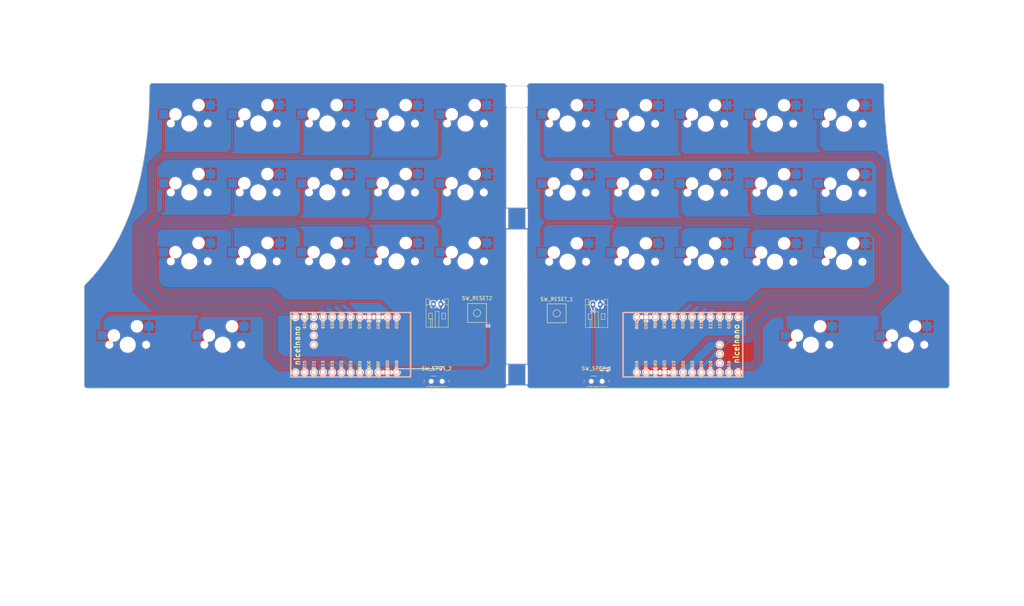
<source format=kicad_pcb>
(kicad_pcb (version 20221018) (generator pcbnew)
  (layers (0 "F.Cu" signal) (31 "B.Cu" signal) (34 "B.Paste" user) (35 "F.Paste" user) (36 "B.SilkS" user "B.Silkscreen") (37 "F.SilkS" user "F.Silkscreen") (38 "B.Mask" user) (39 "F.Mask" user) (44 "Edge.Cuts" user))
  (net 0 "")
  (net 1 "GND")
  (net 5 "BAT_L")
  (net 6 "BAT_R")
  (net 7 "RST_R")
  (net 8 "RST_L")
  (net 10 "RAW_L")
  (net 12 "RAW_R")
  (net 15 "VCC")
  (net 20 "L1")
  (net 21 "L2")
  (net 22 "L3")
  (net 23 "L4")
  (net 24 "L5")
  (net 25 "L6")
  (net 26 "L7")
  (net 27 "L8")
  (net 28 "L9")
  (net 29 "L10")
  (net 30 "L11")
  (net 31 "L12")
  (net 32 "L13")
  (net 33 "L14")
  (net 34 "L15")
  (net 35 "L16")
  (net 36 "L17")
  (net 37 "R1")
  (net 38 "R2")
  (net 39 "R3")
  (net 40 "R4")
  (net 41 "R5")
  (net 42 "R6")
  (net 43 "R7")
  (net 44 "R8")
  (net 45 "R9")
  (net 46 "R10")
  (net 47 "R11")
  (net 48 "R12")
  (net 49 "R13")
  (net 50 "R14")
  (net 51 "R15")
  (net 52 "R16")
  (net 53 "R17")
  (footprint "MX_Only:MXOnly-1U-Hotswap" (layer "F.Cu") (at 249.35 94.28)
    (fp_text reference "SW17")
    (fp_text value "SW_Push")
  )
  (footprint "zzkeeb:Hole_Breakaway-Tabs" (layer "F.Cu") (at 139.41 25.85125 90)
    (fp_text reference "REF**" hide)
    (fp_text value "Hole_Breakaway-Tabs" hide)
  )
  (footprint "MX_Only:MXOnly-1U-Hotswap" (layer "F.Cu") (at 127.96 71.27)
    (fp_text reference "SW34")
    (fp_text value "SW_Push")
  )
  (footprint "MX_Only:MXOnly-1U-Hotswap" (layer "F.Cu") (at 175.14412 71.364437)
    (fp_text reference "SW6")
    (fp_text value "SW_Push")
  )
  (footprint "zzkeeb:Hole_Breakaway-Tabs" (layer "F.Cu") (at 144.78 25.86 90)
    (fp_text reference "REF**" hide)
    (fp_text value "Hole_Breakaway-Tabs" hide)
  )
  (footprint "MX_Only:MXOnly-1.75U-Hotswap" (layer "F.Cu") (at 223.17 94.28)
    (fp_text reference "SW13")
    (fp_text value "SW_Push")
  )
  (footprint "MX_Only:MXOnly-1U-Hotswap" (layer "F.Cu") (at 89.884654 33.227042)
    (fp_text reference "SW26")
    (fp_text value "SW_Push")
  )
  (footprint "MX_Only:MXOnly-1U-Hotswap" (layer "F.Cu") (at 108.932654 33.237042)
    (fp_text reference "SW29")
    (fp_text value "SW_Push")
  )
  (footprint "MX_Only:MXOnly-1U-Hotswap" (layer "F.Cu") (at 175.15412 33.284437)
    (fp_text reference "SW4")
    (fp_text value "SW_Push")
  )
  (footprint "MX_Only:MXOnly-1U-Hotswap" (layer "F.Cu") (at 194.22912 71.384437)
    (fp_text reference "SW9")
    (fp_text value "SW_Push")
  )
  (footprint "MX_Only:MXOnly-1U-Hotswap" (layer "F.Cu") (at 51.794654 33.227042)
    (fp_text reference "SW18")
    (fp_text value "SW_Push")
  )
  (footprint "MX_Only:MXOnly-1.75U-Hotswap" (layer "F.Cu") (at 61.019654 94.267042)
    (fp_text reference "SW21")
    (fp_text value "SW_Push")
  )
  (footprint "MX_Only:MXOnly-1U-Hotswap" (layer "F.Cu") (at 156.10912 33.256937)
    (fp_text reference "SW1")
    (fp_text value "SW_Push")
  )
  (footprint "MX_Only:MXOnly-1U-Hotswap" (layer "F.Cu") (at 156.09712 52.304437)
    (fp_text reference "SW2")
    (fp_text value "SW_Push")
  )
  (footprint "MX_Only:MXOnly-1U-Hotswap" (layer "F.Cu") (at 194.21912 52.324437)
    (fp_text reference "SW8")
    (fp_text value "SW_Push")
  )
  (footprint "MX_Only:MXOnly-1U-Hotswap" (layer "F.Cu") (at 89.884654 71.277042)
    (fp_text reference "SW28")
    (fp_text value "SW_Push")
  )
  (footprint "Button_Switch_SMD:SW_SPDT_PCM12" (layer "F.Cu") (at 164.100549 104.043882)
    (fp_text reference "SW_SPDT_1")
    (fp_text value "SW_SPDT")
  )
  (footprint "zzkeeb:Hole_Breakaway-Tabs" (layer "F.Cu") (at 144.78 59.44 90)
    (fp_text reference "REF**" hide)
    (fp_text value "Hole_Breakaway-Tabs" hide)
  )
  (footprint "random-keyboard-parts:SKQG-1155865" (layer "F.Cu") (at 131.12 85.52 180)
    (fp_text reference "SW_RESET2")
    (fp_text value "SW_RESET")
  )
  (footprint "MX_Only:MXOnly-1U-Hotswap" (layer "F.Cu") (at 213.26912 71.394437)
    (fp_text reference "SW12")
    (fp_text value "SW_Push")
  )
  (footprint "MX_Only:MXOnly-1U-Hotswap" (layer "F.Cu") (at 89.874654 52.247042)
    (fp_text reference "SW27")
    (fp_text value "SW_Push")
  )
  (footprint "random-keyboard-parts:SKQG-1155865" (layer "F.Cu") (at 153.09 85.6)
    (fp_text reference "SW_RESET_1")
    (fp_text value "SW_RESET")
  )
  (footprint "LOGO" (layer "F.Cu") (at 249.594 75.552)
    (fp_text reference "G2" hide)
    (fp_text value "LOGO" hide)
  )
  (footprint "MX_Only:MXOnly-1U-Hotswap" (layer "F.Cu") (at 213.25412 52.314437)
    (fp_text reference "SW11")
    (fp_text value "SW_Push")
  )
  (footprint "MX_Only:MXOnly-1U-Hotswap" (layer "F.Cu") (at 108.934654 52.247042)
    (fp_text reference "SW30")
    (fp_text value "SW_Push")
  )
  (footprint "MX_Only:MXOnly-1U-Hotswap" (layer "F.Cu") (at 34.824654 94.277042)
    (fp_text reference "SW25")
    (fp_text value "SW_Push")
  )
  (footprint "nice-nano-kicad:nice_nano" (layer "F.Cu") (at 95.019654 94.267042 180)
    (fp_text reference "U2" hide)
    (fp_text value "nice_nano" hide)
  )
  (footprint "MX_Only:MXOnly-1U-Hotswap" (layer "F.Cu") (at 70.824654 71.277042)
    (fp_text reference "SW24")
    (fp_text value "SW_Push")
  )
  (footprint "MX_Only:MXOnly-1U-Hotswap" (layer "F.Cu") (at 51.794654 52.247042)
    (fp_text reference "SW19")
    (fp_text value "SW_Push")
  )
  (footprint "MX_Only:MXOnly-1U-Hotswap" (layer "F.Cu") (at 232.31912 52.354437)
    (fp_text reference "SW15")
    (fp_text value "SW_Push")
  )
  (footprint "MX_Only:MXOnly-1U-Hotswap" (layer "F.Cu") (at 194.19912 33.284437)
    (fp_text reference "SW7")
    (fp_text value "SW_Push")
  )
  (footprint "MX_Only:MXOnly-1U-Hotswap" (layer "F.Cu") (at 175.13912 52.314437)
    (fp_text reference "SW5")
    (fp_text value "SW_Push")
  )
  (footprint "zzkeeb:Hole_Breakaway-Tabs" (layer "F.Cu") (at 139.41 59.43125 90)
    (fp_text reference "REF**" hide)
    (fp_text value "Hole_Breakaway-Tabs" hide)
  )
  (footprint "zzkeeb:Hole_Breakaway-Tabs" (layer "F.Cu") (at 139.41 102.51125 90)
    (fp_text reference "REF**" hide)
    (fp_text value "Hole_Breakaway-Tabs" hide)
  )
  (footprint "Connector_JST:JST_PH_S2B-PH-K_1x02_P2.00mm_Horizontal" (layer "F.Cu") (at 119.12 83.08)
    (fp_text reference "J2" hide)
    (fp_text value "JST Connector")
  )
  (footprint "MX_Only:MXOnly-1U-Hotswap" (layer "F.Cu") (at 51.794654 71.277042)
    (fp_text reference "SW20")
    (fp_text value "SW_Push")
  )
  (footprint "MX_Only:MXOnly-1U-Hotswap" (layer "F.Cu") (at 232.31912 71.394437)
    (fp_text reference "SW16")
    (fp_text value "SW_Push")
  )
  (footprint "MX_Only:MXOnly-1U-Hotswap" (layer "F.Cu") (at 156.10412 71.364437)
    (fp_text reference "SW3")
    (fp_text value "SW_Push")
  )
  (footprint "MX_Only:MXOnly-1U-Hotswap" (layer "F.Cu") (at 232.31912 33.284437)
    (fp_text reference "SW14")
    (fp_text value "SW_Push")
  )
  (footprint "MX_Only:MXOnly-1U-Hotswap" (layer "F.Cu") (at 70.824654 33.227042)
    (fp_text reference "SW22")
    (fp_text value "SW_Push")
  )
  (footprint "nice-nano-kicad:nice_nano" (layer "F.Cu") (at 189.17 94.28)
    (fp_text reference "U1" hide)
    (fp_text value "nice_nano" hide)
  )
  (footprint "MX_Only:MXOnly-1U-Hotswap" (layer "F.Cu") (at 127.962654 33.237042)
    (fp_text reference "SW32")
    (fp_text value "SW_Push")
  )
  (footprint "MX_Only:MXOnly-1U-Hotswap" (layer "F.Cu") (at 127.924654 52.247042)
    (fp_text reference "SW33")
    (fp_text value "SW_Push")
  )
  (footprint "Button_Switch_SMD:SW_SPDT_PCM12" (layer "F.Cu") (at 119.99 104.055)
    (fp_text reference "SW_SPDT_2")
    (fp_text value "SW_SPDT")
  )
  (footprint "Connector_JST:JST_PH_S2B-PH-K_1x02_P2.00mm_Horizontal" (layer "F.Cu") (at 163.09 83.18)
    (fp_text reference "J1" hide)
    (fp_text value "JST Connector")
  )
  (footprint "zzkeeb:Hole_Breakaway-Tabs" (layer "F.Cu") (at 144.78 102.52 90)
    (fp_text reference "REF**" hide)
    (fp_text value "Hole_Breakaway-Tabs" hide)
  )
  (footprint "MX_Only:MXOnly-1U-Hotswap" (layer "F.Cu") (at 108.944654 71.277042)
    (fp_text reference "SW31")
    (fp_text value "SW_Push")
  )
  (footprint "MX_Only:MXOnly-1U-Hotswap" (layer "F.Cu") (at 70.792654 52.247042)
    (fp_text reference "SW23")
    (fp_text value "SW_Push")
  )
  (footprint "MX_Only:MXOnly-1U-Hotswap" (layer "F.Cu") (at 213.24912 33.284437)
    (fp_text reference "SW10")
    (fp_text value "SW_Push")
  )
  (footprint "LOGO" (layer "F.Cu") (at 33.44 78.727)
    (fp_text reference "G1" hide)
    (fp_text value "LOGO" hide)
  )
  (gr_line (start 243.15817 22.367792) (end 243.133832 22.342265) (stroke (width 0.15)) (layer "Edge.Cuts"))
  (gr_line (start 261.339661 78.105585) (end 261.331625 78.069816) (stroke (width 0.15)) (layer "Edge.Cuts"))
  (gr_line (start 243.325975 22.678301) (end 243.31607 22.643423) (stroke (width 0.15)) (layer "Edge.Cuts"))
  (gr_line (start 242.900191 22.184732) (end 242.866811 22.171568) (stroke (width 0.15)) (layer "Edge.Cuts"))
  (gr_line (start 242.832657 22.160009) (end 242.797776 22.150101) (stroke (width 0.15)) (layer "Edge.Cuts"))
  (gr_line (start 261.354154 78.252486) (end 261.35323 78.215307) (stroke (width 0.15)) (layer "Edge.Cuts"))
  (gr_line (start 243.223585 22.451046) (end 243.203094 22.422229) (stroke (width 0.15)) (layer "Edge.Cuts"))
  (gr_line (start 243.133832 22.342265) (end 243.108305 22.317927) (stroke (width 0.15)) (layer "Edge.Cuts"))
  (gr_line (start 139.218758 105.528523) (end 144.991564 105.531508) (stroke (width 0.15)) (layer "Edge.Cuts"))
  (gr_line (start 261.354154 78.252486) (end 261.354154 78.252486) (stroke (width 0.15)) (layer "Edge.Cuts"))
  (gr_line (start 22.842426 78.249529) (end 22.842424 98.12343) (stroke (width 0.15)) (layer "Edge.Cuts"))
  (gr_line (start 261.310429 77.999849) (end 261.297322 77.96577) (stroke (width 0.15)) (layer "Edge.Cuts"))
  (gr_line (start 255.090928 70.355173) (end 253.353973 67.599938) (stroke (width 0.15)) (layer "Edge.Cuts"))
  (gr_line (start 243.276635 22.543338) (end 243.260403 22.511647) (stroke (width 0.15)) (layer "Edge.Cuts"))
  (gr_line (start 261.321872 78.034551) (end 261.310429 77.999849) (stroke (width 0.15)) (layer "Edge.Cuts"))
  (gr_line (start 261.161055 77.749721) (end 261.13553 77.722793) (stroke (width 0.15)) (layer "Edge.Cuts"))
  (gr_line (start 243.334182 22.71386) (end 243.325975 22.678301) (stroke (width 0.15)) (layer "Edge.Cuts"))
  (gr_line (start 261.135534 77.722793) (end 261.135534 77.722793) (stroke (width 0.15)) (layer "Edge.Cuts"))
  (gr_arc (start 138.469 22.106578) (mid 138.992557 22.323443) (end 139.209422 22.847) (stroke (width 0.15)) (layer "Edge.Cuts"))
  (gr_line (start 245.086069 44.122221) (end 244.460765 40.169536) (stroke (width 0.15)) (layer "Edge.Cuts"))
  (gr_line (start 35.219732 58.433187) (end 33.899646 61.637467) (stroke (width 0.15)) (layer "Edge.Cuts"))
  (gr_line (start 258.981709 75.4166) (end 256.96684 72.960727) (stroke (width 0.15)) (layer "Edge.Cuts"))
  (gr_line (start 37.443033 51.575588) (end 36.400861 55.079229) (stroke (width 0.15)) (layer "Edge.Cuts"))
  (gr_line (start 144.986711 56.449971) (end 139.211711 56.449971) (stroke (width 0.15)) (layer "Edge.Cuts"))
  (gr_line (start 243.974418 36.06717) (end 243.627028 31.815123) (stroke (width 0.15)) (layer "Edge.Cuts"))
  (gr_line (start 242.651899 22.127899) (end 242.614074 22.126937) (stroke (width 0.15)) (layer "Edge.Cuts"))
  (gr_line (start 40.56955 31.812165) (end 40.22216 36.064212) (stroke (width 0.15)) (layer "Edge.Cuts"))
  (gr_line (start 242.995225 22.233389) (end 242.964444 22.215688) (stroke (width 0.15)) (layer "Edge.Cuts"))
  (gr_line (start 242.797776 22.150101) (end 242.762215 22.14189) (stroke (width 0.15)) (layer "Edge.Cuts"))
  (gr_line (start 256.96684 72.960727) (end 255.090928 70.355173) (stroke (width 0.15)) (layer "Edge.Cuts"))
  (gr_arc (start 139.218758 105.528523) (mid 138.994394 106.064464) (end 138.454283 106.278594) (stroke (width 0.15)) (layer "Edge.Cuts"))
  (gr_line (start 32.440604 64.692064) (end 30.842605 67.59698) (stroke (width 0.15)) (layer "Edge.Cuts"))
  (gr_line (start 138.454283 106.278594) (end 80.531218 106.274162) (stroke (width 0.15)) (layer "Edge.Cuts"))
  (gr_line (start 144.987897 22.857042) (end 139.209422 22.847) (stroke (width 0.15)) (layer "Edge.Cuts"))
  (gr_line (start 243.340646 22.750054) (end 243.334182 22.71386) (stroke (width 0.15)) (layer "Edge.Cuts"))
  (gr_line (start 244.460765 40.169536) (end 243.974418 36.06717) (stroke (width 0.15)) (layer "Edge.Cuts"))
  (gr_line (start 253.353973 67.599938) (end 251.755974 64.695022) (stroke (width 0.15)) (layer "Edge.Cuts"))
  (gr_line (start 36.400861 55.079229) (end 35.219732 58.433187) (stroke (width 0.15)) (layer "Edge.Cuts"))
  (gr_line (start 261.24826 77.867874) (end 261.228743 77.836891) (stroke (width 0.15)) (layer "Edge.Cuts"))
  (gr_arc (start 23.604626 106.277007) (mid 23.068652 106.058929) (end 22.844686 105.525388) (stroke (width 0.15)) (layer "Edge.Cuts"))
  (gr_line (start 243.291355 22.575896) (end 243.276635 22.543338) (stroke (width 0.15)) (layer "Edge.Cuts"))
  (gr_line (start 261.282575 77.932374) (end 261.266212 77.899722) (stroke (width 0.15)) (layer "Edge.Cuts"))
  (gr_line (start 242.614074 22.126937) (end 242.614074 22.126937) (stroke (width 0.15)) (layer "Edge.Cuts"))
  (gr_line (start 250.296932 61.640425) (end 248.976846 58.436145) (stroke (width 0.15)) (layer "Edge.Cuts"))
  (gr_line (start 243.203094 22.422229) (end 243.181272 22.394462) (stroke (width 0.15)) (layer "Edge.Cuts"))
  (gr_line (start 243.053867 22.273003) (end 243.025049 22.252508) (stroke (width 0.15)) (layer "Edge.Cuts"))
  (gr_line (start 242.726016 22.135421) (end 242.689228 22.130742) (stroke (width 0.15)) (layer "Edge.Cuts"))
  (gr_line (start 246.753545 51.578546) (end 245.850328 47.925224) (stroke (width 0.15)) (layer "Edge.Cuts"))
  (gr_line (start 243.349115 22.861983) (end 243.348159 22.824162) (stroke (width 0.15)) (layer "Edge.Cuts"))
  (gr_line (start 242.614074 22.126937) (end 150.60412 22.126937) (stroke (width 0.15)) (layer "Edge.Cuts"))
  (gr_line (start 30.842605 67.59698) (end 29.10565 70.352215) (stroke (width 0.15)) (layer "Edge.Cuts"))
  (gr_line (start 27.229738 72.957769) (end 25.214869 75.413642) (stroke (width 0.15)) (layer "Edge.Cuts"))
  (gr_line (start 242.964444 22.215688) (end 242.932751 22.199454) (stroke (width 0.15)) (layer "Edge.Cuts"))
  (gr_line (start 261.207686 77.806829) (end 261.185115 77.777753) (stroke (width 0.15)) (layer "Edge.Cuts"))
  (gr_line (start 203.66536 106.27712) (end 145.742197 106.278333) (stroke (width 0.15)) (layer "Edge.Cuts"))
  (gr_arc (start 145.742197 106.278333) (mid 145.206064 106.066557) (end 144.991564 105.531508) (stroke (width 0.15)) (layer "Edge.Cuts"))
  (gr_line (start 22.844686 105.525388) (end 22.842424 98.12343) (stroke (width 0.15)) (layer "Edge.Cuts"))
  (gr_line (start 144.985 99.52) (end 144.993274 62.461479) (stroke (width 0.15)) (layer "Edge.Cuts"))
  (gr_line (start 261.185115 77.777753) (end 261.161055 77.749721) (stroke (width 0.15)) (layer "Edge.Cuts"))
  (gr_line (start 144.985 99.52) (end 139.21 99.52) (stroke (width 0.15)) (layer "Edge.Cuts"))
  (gr_line (start 25.214869 75.413642) (end 23.054855 77.713858) (stroke (width 0.15)) (layer "Edge.Cuts"))
  (gr_line (start 33.899646 61.637467) (end 32.440604 64.692064) (stroke (width 0.15)) (layer "Edge.Cuts"))
  (gr_arc (start 22.842426 78.249529) (mid 22.895724 77.960708) (end 23.054855 77.713858) (stroke (width 0.15)) (layer "Edge.Cuts"))
  (gr_line (start 261.345958 78.141796) (end 261.339661 78.105585) (stroke (width 0.15)) (layer "Edge.Cuts"))
  (gr_line (start 243.31607 22.643423) (end 243.304515 22.609273) (stroke (width 0.15)) (layer "Edge.Cuts"))
  (gr_line (start 248.976846 58.436145) (end 247.795717 55.082187) (stroke (width 0.15)) (layer "Edge.Cuts"))
  (gr_line (start 40.777985 27.410437) (end 40.56955 31.812165) (stroke (width 0.15)) (layer "Edge.Cuts"))
  (gr_arc (start 261.359951 105.529256) (mid 261.131254 106.063489) (end 260.591952 106.279964) (stroke (width 0.15)) (layer "Edge.Cuts"))
  (gr_line (start 139.21 99.52) (end 139.206726 62.458521) (stroke (width 0.15)) (layer "Edge.Cuts"))
  (gr_line (start 261.354154 98.126388) (end 261.354154 78.252486) (stroke (width 0.15)) (layer "Edge.Cuts"))
  (gr_line (start 261.135534 77.722793) (end 258.981709 75.4166) (stroke (width 0.15)) (layer "Edge.Cuts"))
  (gr_line (start 133.579458 22.107258) (end 41.568 22.126363) (stroke (width 0.15)) (layer "Edge.Cuts"))
  (gr_line (start 243.025049 22.252508) (end 242.995225 22.233389) (stroke (width 0.15)) (layer "Edge.Cuts"))
  (gr_line (start 243.348159 22.824162) (end 243.34532 22.786836) (stroke (width 0.15)) (layer "Edge.Cuts"))
  (gr_line (start 39.110509 44.119263) (end 38.34625 47.922266) (stroke (width 0.15)) (layer "Edge.Cuts"))
  (gr_line (start 247.795717 55.082187) (end 246.753545 51.578546) (stroke (width 0.15)) (layer "Edge.Cuts"))
  (gr_line (start 251.755974 64.695022) (end 250.296932 61.640425) (stroke (width 0.15)) (layer "Edge.Cuts"))
  (gr_line (start 243.627028 31.815123) (end 243.418593 27.413395) (stroke (width 0.15)) (layer "Edge.Cuts"))
  (gr_arc (start 144.987897 22.857042) (mid 145.206297 22.334205) (end 145.73 22.117891) (stroke (width 0.15)) (layer "Edge.Cuts"))
  (gr_line (start 261.354154 98.126388) (end 261.359951 105.529256) (stroke (width 0.15)) (layer "Edge.Cuts"))
  (gr_line (start 243.34532 22.786836) (end 243.340646 22.750054) (stroke (width 0.15)) (layer "Edge.Cuts"))
  (gr_line (start 243.260403 22.511647) (end 243.242704 22.480867) (stroke (width 0.15)) (layer "Edge.Cuts"))
  (gr_line (start 243.108305 22.317927) (end 243.081634 22.294824) (stroke (width 0.15)) (layer "Edge.Cuts"))
  (gr_line (start 242.866811 22.171568) (end 242.832657 22.160009) (stroke (width 0.15)) (layer "Edge.Cuts"))
  (gr_line (start 261.266212 77.899722) (end 261.24826 77.867874) (stroke (width 0.15)) (layer "Edge.Cuts"))
  (gr_line (start 39.735813 40.166578) (end 39.110509 44.119263) (stroke (width 0.15)) (layer "Edge.Cuts"))
  (gr_line (start 40.22216 36.064212) (end 39.735813 40.166578) (stroke (width 0.15)) (layer "Edge.Cuts"))
  (gr_line (start 261.35323 78.215307) (end 261.350489 78.17839) (stroke (width 0.15)) (layer "Edge.Cuts"))
  (gr_line (start 138.469 22.106578) (end 133.579458 22.107258) (stroke (width 0.15)) (layer "Edge.Cuts"))
  (gr_line (start 203.66536 106.27712) (end 260.591952 106.279964) (stroke (width 0.15)) (layer "Edge.Cuts"))
  (gr_line (start 139.207911 28.865592) (end 144.994459 28.86855) (stroke (width 0.15)) (layer "Edge.Cuts"))
  (gr_line (start 243.418593 27.413395) (end 243.349115 22.861983) (stroke (width 0.15)) (layer "Edge.Cuts"))
  (gr_line (start 261.331625 78.069816) (end 261.321872 78.034551) (stroke (width 0.15)) (layer "Edge.Cuts"))
  (gr_line (start 243.242704 22.480867) (end 243.223585 22.451046) (stroke (width 0.15)) (layer "Edge.Cuts"))
  (gr_line (start 243.081634 22.294824) (end 243.053867 22.273003) (stroke (width 0.15)) (layer "Edge.Cuts"))
  (gr_line (start 242.932751 22.199454) (end 242.900191 22.184732) (stroke (width 0.15)) (layer "Edge.Cuts"))
  (gr_arc (start 40.847363 22.847) (mid 41.058433 22.337433) (end 41.568 22.126363) (stroke (width 0.15)) (layer "Edge.Cuts"))
  (gr_line (start 243.181272 22.394462) (end 243.15817 22.367792) (stroke (width 0.15)) (layer "Edge.Cuts"))
  (gr_line (start 261.13553 77.722793) (end 261.135534 77.722793) (stroke (width 0.15)) (layer "Edge.Cuts"))
  (gr_line (start 245.850328 47.925224) (end 245.086069 44.122221) (stroke (width 0.15)) (layer "Edge.Cuts"))
  (gr_line (start 150.60412 22.126937) (end 145.73 22.117891) (stroke (width 0.15)) (layer "Edge.Cuts"))
  (gr_line (start 243.304515 22.609273) (end 243.291355 22.575896) (stroke (width 0.15)) (layer "Edge.Cuts"))
  (gr_line (start 29.10565 70.352215) (end 27.229738 72.957769) (stroke (width 0.15)) (layer "Edge.Cuts"))
  (gr_line (start 144.986711 56.449971) (end 144.994459 28.86855) (stroke (width 0.15)) (layer "Edge.Cuts"))
  (gr_line (start 242.762215 22.14189) (end 242.726016 22.135421) (stroke (width 0.15)) (layer "Edge.Cuts"))
  (gr_line (start 261.297322 77.96577) (end 261.282575 77.932374) (stroke (width 0.15)) (layer "Edge.Cuts"))
  (gr_line (start 139.211711 56.449971) (end 139.207911 28.865592) (stroke (width 0.15)) (layer "Edge.Cuts"))
  (gr_line (start 23.604626 106.277007) (end 80.531218 106.274162) (stroke (width 0.15)) (layer "Edge.Cuts"))
  (gr_line (start 40.847363 22.847) (end 40.777985 27.410437) (stroke (width 0.15)) (layer "Edge.Cuts"))
  (gr_line (start 243.349115 22.861983) (end 243.349115 22.861983) (stroke (width 0.15)) (layer "Edge.Cuts"))
  (gr_line (start 261.228743 77.836891) (end 261.207686 77.806829) (stroke (width 0.15)) (layer "Edge.Cuts"))
  (gr_line (start 38.34625 47.922266) (end 37.443033 51.575588) (stroke (width 0.15)) (layer "Edge.Cuts"))
  (gr_line (start 139.206726 62.458521) (end 144.993274 62.461479) (stroke (width 0.15)) (layer "Edge.Cuts"))
  (gr_line (start 242.689228 22.130742) (end 242.651899 22.127899) (stroke (width 0.15)) (layer "Edge.Cuts"))
  (gr_line (start 261.350489 78.17839) (end 261.345958 78.141796) (stroke (width 0.15)) (layer "Edge.Cuts"))
  (segment (start 166.350549 101.391451) (end 166.350549 102.613882) (width 0.381) (layer "F.Cu") (net 5))
  (segment (start 163.09 83.18) (end 163.09 84.933) (width 0.381) (layer "F.Cu") (net 5))
  (segment (start 163.09 84.933) (end 163.107 84.95) (width 0.381) (layer "F.Cu") (net 5))
  (segment (start 167.171 101.079) (end 166.663 101.079) (width 0.381) (layer "F.Cu") (net 5))
  (segment (start 166.663 101.079) (end 166.350549 101.391451) (width 0.381) (layer "F.Cu") (net 5))
  (via (at 163.107 84.95) (size 0.8) (drill 0.4) (layers "F.Cu" "B.Cu") (net 5))
  (via (at 167.171 101.079) (size 0.8) (drill 0.4) (layers "F.Cu" "B.Cu") (net 5))
  (segment (start 163.107 84.95) (end 163.107 100.317) (width 0.381) (layer "B.Cu") (net 5))
  (segment (start 163.869 101.079) (end 167.171 101.079) (width 0.381) (layer "B.Cu") (net 5))
  (segment (start 163.107 100.317) (end 163.869 101.079) (width 0.381) (layer "B.Cu") (net 5))
  (segment (start 119.12 83.08) (end 119.12 100.272) (width 0.381) (layer "F.Cu") (net 6))
  (segment (start 119.473 100.625) (end 121.371 100.625) (width 0.381) (layer "F.Cu") (net 6))
  (segment (start 122.24 101.494) (end 122.24 102.625) (width 0.381) (layer "F.Cu") (net 6))
  (segment (start 119.12 100.272) (end 119.473 100.625) (width 0.381) (layer "F.Cu") (net 6))
  (segment (start 121.371 100.625) (end 122.24 101.494) (width 0.381) (layer "F.Cu") (net 6))
  (segment (start 134.22 87.37) (end 134.22 88.945) (width 0.254) (layer "F.Cu") (net 7))
  (segment (start 134.22 88.945) (end 134.151 89.014) (width 0.254) (layer "F.Cu") (net 7))
  (via (at 134.151 89.014) (size 0.8) (drill 0.4) (layers "F.Cu" "B.Cu") (net 7))
  (segment (start 134.151 99.301) (end 132.768258 100.683742) (width 0.254) (layer "B.Cu") (net 7))
  (segment (start 105.112954 100.683742) (end 103.909654 101.887042) (width 0.254) (layer "B.Cu") (net 7))
  (segment (start 134.151 89.014) (end 134.151 99.301) (width 0.254) (layer "B.Cu") (net 7))
  (segment (start 132.768258 100.683742) (end 105.112954 100.683742) (width 0.254) (layer "B.Cu") (net 7))
  (segment (start 179.49 81.648) (end 180.28 82.438) (width 0.254) (layer "F.Cu") (net 8))
  (segment (start 180.28 82.438) (end 180.28 86.66) (width 0.254) (layer "F.Cu") (net 8))
  (segment (start 149.99 82.954) (end 151.296 81.648) (width 0.254) (layer "F.Cu") (net 8))
  (segment (start 151.296 81.648) (end 179.49 81.648) (width 0.254) (layer "F.Cu") (net 8))
  (segment (start 149.99 83.75) (end 149.99 82.954) (width 0.254) (layer "F.Cu") (net 8))
  (segment (start 175.2 91.018) (end 175.2 86.66) (width 0.381) (layer "F.Cu") (net 10))
  (segment (start 164.850549 101.367451) (end 175.2 91.018) (width 0.381) (layer "F.Cu") (net 10))
  (segment (start 164.850549 102.613882) (end 164.850549 101.367451) (width 0.381) (layer "F.Cu") (net 10))
  (segment (start 109.670696 101.206) (end 108.989654 101.887042) (width 0.381) (layer "F.Cu") (net 12))
  (segment (start 120.74 101.384) (end 120.562 101.206) (width 0.381) (layer "F.Cu") (net 12))
  (segment (start 120.74 102.625) (end 120.74 101.384) (width 0.381) (layer "F.Cu") (net 12))
  (segment (start 120.562 101.206) (end 109.670696 101.206) (width 0.381) (layer "F.Cu") (net 12))
  (segment (start 241.060521 83.521) (end 245.733 78.84852) (width 0.254) (layer "B.Cu") (net 20))
  (segment (start 206.0343 93.0767) (end 206.738 92.373) (width 0.254) (layer "B.Cu") (net 20))
  (segment (start 240.069 43.04) (end 150.28 43.04) (width 0.254) (layer "B.Cu") (net 20))
  (segment (start 211.356682 83.521) (end 241.060521 83.521) (width 0.254) (layer "B.Cu") (net 20))
  (segment (start 194.825352 93.0767) (end 206.0343 93.0767) (width 0.254) (layer "B.Cu") (net 20))
  (segment (start 206.738 92.373) (end 206.738 88.139684) (width 0.254) (layer "B.Cu") (net 20))
  (segment (start 149.02412 41.78412) (end 149.02412 30.716937) (width 0.254) (layer "B.Cu") (net 20))
  (segment (start 241.72 44.691) (end 240.069 43.04) (width 0.254) (layer "B.Cu") (net 20))
  (segment (start 150.28 43.04) (end 149.02412 41.78412) (width 0.254) (layer "B.Cu") (net 20))
  (segment (start 206.738 88.139684) (end 211.356682 83.521) (width 0.254) (layer "B.Cu") (net 20))
  (segment (start 245.733 62.857478) (end 241.72 58.844477) (width 0.254) (layer "B.Cu") (net 20))
  (segment (start 187.9 100.002052) (end 194.777026 93.125026) (width 0.254) (layer "B.Cu") (net 20))
  (segment (start 187.9 101.9) (end 187.9 100.002052) (width 0.254) (layer "B.Cu") (net 20))
  (segment (start 194.777026 93.125026) (end 194.825352 93.0767) (width 0.254) (layer "B.Cu") (net 20))
  (segment (start 241.72 58.844477) (end 241.72 44.691) (width 0.254) (layer "B.Cu") (net 20))
  (segment (start 245.733 78.84852) (end 245.733 62.857478) (width 0.254) (layer "B.Cu") (net 20))
  (segment (start 240.12026 81.251) (end 243.463 77.90826) (width 0.254) (layer "B.Cu") (net 21))
  (segment (start 206.66472 85.0027) (end 210.41642 81.251) (width 0.254) (layer "B.Cu") (net 21))
  (segment (start 150.242 60.274) (end 149.01212 59.04412) (width 0.254) (layer "B.Cu") (net 21))
  (segment (start 243.463 63.797738) (end 239.939262 60.274) (width 0.254) (layer "B.Cu") (net 21))
  (segment (start 198.06 86.66) (end 199.7173 85.0027) (width 0.254) (layer "B.Cu") (net 21))
  (segment (start 149.01212 59.04412) (end 149.01212 49.764437) (width 0.254) (layer "B.Cu") (net 21))
  (segment (start 199.7173 85.0027) (end 206.66472 85.0027) (width 0.254) (layer "B.Cu") (net 21))
  (segment (start 239.939262 60.274) (end 150.242 60.274) (width 0.254) (layer "B.Cu") (net 21))
  (segment (start 210.41642 81.251) (end 240.12026 81.251) (width 0.254) (layer "B.Cu") (net 21))
  (segment (start 243.463 77.90826) (end 243.463 63.797738) (width 0.254) (layer "B.Cu") (net 21))
  (segment (start 195.52 86.66) (end 197.6313 84.5487) (width 0.254) (layer "B.Cu") (net 22))
  (segment (start 149.01912 61.95388) (end 149.01912 68.824437) (width 0.254) (layer "B.Cu") (net 22))
  (segment (start 243.009 77.720208) (end 243.009 63.98579) (width 0.254) (layer "B.Cu") (net 22))
  (segment (start 243.009 63.98579) (end 239.75121 60.728) (width 0.254) (layer "B.Cu") (net 22))
  (segment (start 197.6313 84.5487) (end 206.476668 84.5487) (width 0.254) (layer "B.Cu") (net 22))
  (segment (start 206.476668 84.5487) (end 210.228368 80.797) (width 0.254) (layer "B.Cu") (net 22))
  (segment (start 150.245 60.728) (end 149.01912 61.95388) (width 0.254) (layer "B.Cu") (net 22))
  (segment (start 210.228368 80.797) (end 239.932208 80.797) (width 0.254) (layer "B.Cu") (net 22))
  (segment (start 239.932208 80.797) (end 243.009 77.720208) (width 0.254) (layer "B.Cu") (net 22))
  (segment (start 239.75121 60.728) (end 150.245 60.728) (width 0.254) (layer "B.Cu") (net 22))
  (segment (start 246.187 79.036573) (end 246.187 62.669426) (width 0.254) (layer "B.Cu") (net 23))
  (segment (start 206.222352 93.5307) (end 207.192 92.561052) (width 0.254) (layer "B.Cu") (net 23))
  (segment (start 207.192 88.327737) (end 211.544734 83.975) (width 0.254) (layer "B.Cu") (net 23))
  (segment (start 242.174 58.656424) (end 242.174 44.502948) (width 0.254) (layer "B.Cu") (net 23))
  (segment (start 246.187 62.669426) (end 242.174 58.656424) (width 0.254) (layer "B.Cu") (net 23))
  (segment (start 241.248573 83.975) (end 246.187 79.036573) (width 0.254) (layer "B.Cu") (net 23))
  (segment (start 240.257052 42.586) (end 169.511 42.586) (width 0.254) (layer "B.Cu") (net 23))
  (segment (start 207.192 92.561052) (end 207.192 88.327737) (width 0.254) (layer "B.Cu") (net 23))
  (segment (start 242.174 44.502948) (end 240.257052 42.586) (width 0.254) (layer "B.Cu") (net 23))
  (segment (start 211.544734 83.975) (end 241.248573 83.975) (width 0.254) (layer "B.Cu") (net 23))
  (segment (start 168.06912 41.14412) (end 168.06912 30.744437) (width 0.254) (layer "B.Cu") (net 23))
  (segment (start 190.44 101.9) (end 196.8567 95.4833) (width 0.254) (layer "B.Cu") (net 23))
  (segment (start 169.511 42.586) (end 168.06912 41.14412) (width 0.254) (layer "B.Cu") (net 23))
  (segment (start 196.8567 95.4833) (end 198.558424 95.4833) (width 0.254) (layer "B.Cu") (net 23))
  (segment (start 200.511024 93.5307) (end 206.222352 93.5307) (width 0.254) (layer "B.Cu") (net 23))
  (segment (start 198.558424 95.4833) (end 200.511024 93.5307) (width 0.254) (layer "B.Cu") (net 23))
  (segment (start 210.604472 81.705) (end 240.308312 81.705) (width 0.254) (layer "B.Cu") (net 24))
  (segment (start 201.8033 85.4567) (end 204.8887 85.4567) (width 0.254) (layer "B.Cu") (net 24))
  (segment (start 204.89 85.458) (end 206.851472 85.458) (width 0.254) (layer "B.Cu") (net 24))
  (segment (start 243.917 63.609686) (end 240.127314 59.82) (width 0.254) (layer "B.Cu") (net 24))
  (segment (start 243.917 78.096312) (end 243.917 63.609686) (width 0.254) (layer "B.Cu") (net 24))
  (segment (start 206.851472 85.458) (end 210.604472 81.705) (width 0.254) (layer "B.Cu") (net 24))
  (segment (start 204.8887 85.4567) (end 204.89 85.458) (width 0.254) (layer "B.Cu") (net 24))
  (segment (start 240.308312 81.705) (end 243.917 78.096312) (width 0.254) (layer "B.Cu") (net 24))
  (segment (start 168.05412 58.14712) (end 168.05412 49.774437) (width 0.254) (layer "B.Cu") (net 24))
  (segment (start 169.727 59.82) (end 168.05412 58.14712) (width 0.254) (layer "B.Cu") (net 24))
  (segment (start 200.6 86.66) (end 201.8033 85.4567) (width 0.254) (layer "B.Cu") (net 24))
  (segment (start 240.127314 59.82) (end 169.727 59.82) (width 0.254) (layer "B.Cu") (net 24))
  (segment (start 168.05912 62.85288) (end 168.05912 68.824437) (width 0.254) (layer "B.Cu") (net 25))
  (segment (start 239.744156 80.343) (end 242.555 77.532156) (width 0.254) (layer "B.Cu") (net 25))
  (segment (start 210.040315 80.343) (end 239.744156 80.343) (width 0.254) (layer "B.Cu") (net 25))
  (segment (start 206.288616 84.0947) (end 210.040315 80.343) (width 0.254) (layer "B.Cu") (net 25))
  (segment (start 169.73 61.182) (end 168.05912 62.85288) (width 0.254) (layer "B.Cu") (net 25))
  (segment (start 242.555 77.532156) (end 242.555 64.173842) (width 0.254) (layer "B.Cu") (net 25))
  (segment (start 239.563158 61.182) (end 169.73 61.182) (width 0.254) (layer "B.Cu") (net 25))
  (segment (start 195.5453 84.0947) (end 206.288616 84.0947) (width 0.254) (layer "B.Cu") (net 25))
  (segment (start 242.555 64.173842) (end 239.563158 61.182) (width 0.254) (layer "B.Cu") (net 25))
  (segment (start 192.98 86.66) (end 195.5453 84.0947) (width 0.254) (layer "B.Cu") (net 25))
  (segment (start 246.641 62.481374) (end 242.628 58.468372) (width 0.254) (layer "B.Cu") (net 26))
  (segment (start 188.234 42.132) (end 187.11412 41.01212) (width 0.254) (layer "B.Cu") (net 26))
  (segment (start 198.558424 98.1567) (end 199.664724 99.263) (width 0.254) (layer "B.Cu") (net 26))
  (segment (start 241.436625 84.429) (end 246.641 79.224626) (width 0.254) (layer "B.Cu") (net 26))
  (segment (start 207.646 98.294792) (end 207.646 88.51579) (width 0.254) (layer "B.Cu") (net 26))
  (segment (start 207.646 88.51579) (end 211.732786 84.429) (width 0.254) (layer "B.Cu") (net 26))
  (segment (start 192.98 101.9) (end 196.7233 98.1567) (width 0.254) (layer "B.Cu") (net 26))
  (segment (start 196.7233 98.1567) (end 198.558424 98.1567) (width 0.254) (layer "B.Cu") (net 26))
  (segment (start 206.677792 99.263) (end 207.646 98.294792) (width 0.254) (layer "B.Cu") (net 26))
  (segment (start 187.11412 41.01212) (end 187.11412 30.744437) (width 0.254) (layer "B.Cu") (net 26))
  (segment (start 240.445104 42.132) (end 188.234 42.132) (width 0.254) (layer "B.Cu") (net 26))
  (segment (start 211.732786 84.429) (end 241.436625 84.429) (width 0.254) (layer "B.Cu") (net 26))
  (segment (start 242.628 58.468372) (end 242.628 44.314896) (width 0.254) (layer "B.Cu") (net 26))
  (segment (start 246.641 79.224626) (end 246.641 62.481374) (width 0.254) (layer "B.Cu") (net 26))
  (segment (start 242.628 44.314896) (end 240.445104 42.132) (width 0.254) (layer "B.Cu") (net 26))
  (segment (start 199.664724 99.263) (end 206.677792 99.263) (width 0.254) (layer "B.Cu") (net 26))
  (segment (start 204.255 85.9107) (end 204.2563 85.912) (width 0.254) (layer "B.Cu") (net 27))
  (segment (start 188.45 59.366) (end 187.13412 58.05012) (width 0.254) (layer "B.Cu") (net 27))
  (segment (start 203.8893 85.9107) (end 204.255 85.9107) (width 0.254) (layer "B.Cu") (net 27))
  (segment (start 240.315366 59.366) (end 188.45 59.366) (width 0.254) (layer "B.Cu") (net 27))
  (segment (start 207.039524 85.912) (end 210.792524 82.159) (width 0.254) (layer "B.Cu") (net 27))
  (segment (start 244.371 78.284364) (end 244.371 63.421634) (width 0.254) (layer "B.Cu") (net 27))
  (segment (start 240.496364 82.159) (end 244.371 78.284364) (width 0.254) (layer "B.Cu") (net 27))
  (segment (start 244.371 63.421634) (end 240.315366 59.366) (width 0.254) (layer "B.Cu") (net 27))
  (segment (start 187.13412 58.05012) (end 187.13412 49.784437) (width 0.254) (layer "B.Cu") (net 27))
  (segment (start 210.792524 82.159) (end 240.496364 82.159) (width 0.254) (layer "B.Cu") (net 27))
  (segment (start 204.2563 85.912) (end 207.039524 85.912) (width 0.254) (layer "B.Cu") (net 27))
  (segment (start 203.14 86.66) (end 203.8893 85.9107) (width 0.254) (layer "B.Cu") (net 27))
  (segment (start 188.453 61.636) (end 187.14412 62.94488) (width 0.254) (layer "B.Cu") (net 28))
  (segment (start 206.100563 83.6407) (end 209.852262 79.889) (width 0.254) (layer "B.Cu") (net 28))
  (segment (start 193.4593 83.6407) (end 206.100563 83.6407) (width 0.254) (layer "B.Cu") (net 28))
  (segment (start 239.375106 61.636) (end 188.453 61.636) (width 0.254) (layer "B.Cu") (net 28))
  (segment (start 242.101 64.361894) (end 239.375106 61.636) (width 0.254) (layer "B.Cu") (net 28))
  (segment (start 190.44 86.66) (end 193.4593 83.6407) (width 0.254) (layer "B.Cu") (net 28))
  (segment (start 239.556104 79.889) (end 242.101 77.344104) (width 0.254) (layer "B.Cu") (net 28))
  (segment (start 187.14412 62.94488) (end 187.14412 68.844437) (width 0.254) (layer "B.Cu") (net 28))
  (segment (start 209.852262 79.889) (end 239.556104 79.889) (width 0.254) (layer "B.Cu") (net 28))
  (segment (start 242.101 77.344104) (end 242.101 64.361894) (width 0.254) (layer "B.Cu") (net 28))
  (segment (start 196.8567 100.5633) (end 198.754648 100.5633) (width 0.254) (layer "B.Cu") (net 29))
  (segment (start 195.52 101.9) (end 196.8567 100.5633) (width 0.254) (layer "B.Cu") (net 29))
  (segment (start 199.600947 99.717) (end 206.865844 99.717) (width 0.254) (layer "B.Cu") (net 29))
  (segment (start 211.920841 84.883) (end 241.624677 84.883) (width 0.254) (layer "B.Cu") (net 29))
  (segment (start 247.095 79.412679) (end 247.095 62.293321) (width 0.254) (layer "B.Cu") (net 29))
  (segment (start 243.082 58.28032) (end 243.082 44.126844) (width 0.254) (layer "B.Cu") (net 29))
  (segment (start 243.082 44.126844) (end 240.633156 41.678) (width 0.254) (layer "B.Cu") (net 29))
  (segment (start 208.1 88.703843) (end 211.920841 84.883) (width 0.254) (layer "B.Cu") (net 29))
  (segment (start 206.16412 40.25012) (end 206.16412 30.744437) (width 0.254) (layer "B.Cu") (net 29))
  (segment (start 198.754648 100.5633) (end 199.600947 99.717) (width 0.254) (layer "B.Cu") (net 29))
  (segment (start 207.592 41.678) (end 206.16412 40.25012) (width 0.254) (layer "B.Cu") (net 29))
  (segment (start 240.633156 41.678) (end 207.592 41.678) (width 0.254) (layer "B.Cu") (net 29))
  (segment (start 208.1 98.482844) (end 208.1 88.703843) (width 0.254) (layer "B.Cu") (net 29))
  (segment (start 241.624677 84.883) (end 247.095 79.412679) (width 0.254) (layer "B.Cu") (net 29))
  (segment (start 206.865844 99.717) (end 208.1 98.482844) (width 0.254) (layer "B.Cu") (net 29))
  (segment (start 247.095 62.293321) (end 243.082 58.28032) (width 0.254) (layer "B.Cu") (net 29))
  (segment (start 210.980576 82.613) (end 240.684416 82.613) (width 0.254) (layer "B.Cu") (net 30))
  (segment (start 205.829999 87.763579) (end 210.980576 82.613) (width 0.254) (layer "B.Cu") (net 30))
  (segment (start 205.658196 92.1687) (end 205.83 91.996896) (width 0.254) (layer "B.Cu") (net 30))
  (segment (start 186.133974 100.483974) (end 194.449247 92.1687) (width 0.254) (layer "B.Cu") (net 30))
  (segment (start 175.2 101.9) (end 176.616026 100.483974) (width 0.254) (layer "B.Cu") (net 30))
  (segment (start 244.825 63.233582) (end 240.503419 58.912) (width 0.254) (layer "B.Cu") (net 30))
  (segment (start 206.16912 57.52712) (end 206.16912 49.774437) (width 0.254) (layer "B.Cu") (net 30))
  (segment (start 176.616026 100.483974) (end 186.133974 100.483974) (width 0.254) (layer "B.Cu") (net 30))
  (segment (start 207.554 58.912) (end 206.16912 57.52712) (width 0.254) (layer "B.Cu") (net 30))
  (segment (start 240.684416 82.613) (end 244.825 78.472416) (width 0.254) (layer "B.Cu") (net 30))
  (segment (start 240.503419 58.912) (end 207.554 58.912) (width 0.254) (layer "B.Cu") (net 30))
  (segment (start 194.449247 92.1687) (end 205.658196 92.1687) (width 0.254) (layer "B.Cu") (net 30))
  (segment (start 244.825 78.472416) (end 244.825 63.233582) (width 0.254) (layer "B.Cu") (net 30))
  (segment (start 205.83 91.996896) (end 205.829999 87.763579) (width 0.254) (layer "B.Cu") (net 30))
  (segment (start 191.3733 83.1867) (end 205.91251 83.1867) (width 0.254) (layer "B.Cu") (net 31))
  (segment (start 239.18 62.09) (end 207.43 62.09) (width 0.254) (layer "B.Cu") (net 31))
  (segment (start 239.869 62.779) (end 239.18 62.09) (width 0.254) (layer "B.Cu") (net 31))
  (segment (start 205.91251 83.1867) (end 209.664209 79.435) (width 0.254) (layer "B.Cu") (net 31))
  (segment (start 239.368052 79.435) (end 241.593 77.210052) (width 0.254) (layer "B.Cu") (net 31))
  (segment (start 239.876053 62.779) (end 239.869 62.779) (width 0.254) (layer "B.Cu") (net 31))
  (segment (start 241.593 64.495948) (end 239.876053 62.779) (width 0.254) (layer "B.Cu") (net 31))
  (segment (start 207.43 62.09) (end 206.18412 63.33588) (width 0.254) (layer "B.Cu") (net 31))
  (segment (start 187.9 86.66) (end 191.3733 83.1867) (width 0.254) (layer "B.Cu") (net 31))
  (segment (start 206.18412 63.33588) (end 206.18412 68.854437) (width 0.254) (layer "B.Cu") (net 31))
  (segment (start 209.664209 79.435) (end 239.368052 79.435) (width 0.254) (layer "B.Cu") (net 31))
  (segment (start 241.593 77.210052) (end 241.593 64.495948) (width 0.254) (layer "B.Cu") (net 31))
  (segment (start 215.329 86.245) (end 216.085 87.001) (width 0.254) (layer "B.Cu") (net 32))
  (segment (start 209.462 89.268) (end 212.485 86.245) (width 0.254) (layer "B.Cu") (net 32))
  (segment (start 207.43 101.079) (end 209.462 99.047) (width 0.254) (layer "B.Cu") (net 32))
  (segment (start 203.14 101.9) (end 203.961 101.079) (width 0.254) (layer "B.Cu") (net 32))
  (segment (start 209.462 99.047) (end 209.462 89.268) (width 0.254) (layer "B.Cu") (net 32))
  (segment (start 216.085 87.001) (end 216.085 91.74) (width 0.254) (layer "B.Cu") (net 32))
  (segment (start 212.485 86.245) (end 215.329 86.245) (width 0.254) (layer "B.Cu") (net 32))
  (segment (start 203.961 101.079) (end 207.43 101.079) (width 0.254) (layer "B.Cu") (net 32))
  (segment (start 199.789 100.171) (end 207.053896 100.171) (width 0.254) (layer "B.Cu") (net 33))
  (segment (start 198.06 101.9) (end 199.789 100.171) (width 0.254) (layer "B.Cu") (net 33))
  (segment (start 208.554 98.670896) (end 208.554 88.891895) (width 0.254) (layer "B.Cu") (net 33))
  (segment (start 247.549 79.600732) (end 247.549 62.105268) (width 0.254) (layer "B.Cu") (net 33))
  (segment (start 243.045342 84.10439) (end 247.549 79.600732) (width 0.254) (layer "B.Cu") (net 33))
  (segment (start 207.053896 100.171) (end 208.554 98.670896) (width 0.254) (layer "B.Cu") (net 33))
  (segment (start 225.23412 39.63512) (end 225.23412 30.744437) (width 0.254) (layer "B.Cu") (net 33))
  (segment (start 241.812729 85.337) (end 243.045339 84.10439) (width 0.254) (layer "B.Cu") (net 33))
  (segment (start 247.549 62.105268) (end 243.536 58.092268) (width 0.254) (layer "B.Cu") (net 33))
  (segment (start 212.108894 85.337) (end 241.812729 85.337) (width 0.254) (layer "B.Cu") (net 33))
  (segment (start 240.821208 41.224) (end 226.823 41.224) (width 0.254) (layer "B.Cu") (net 33))
  (segment (start 243.536 58.092268) (end 243.536 43.938792) (width 0.254) (layer "B.Cu") (net 33))
  (segment (start 243.045339 84.10439) (end 243.045342 84.10439) (width 0.254) (layer "B.Cu") (net 33))
  (segment (start 243.536 43.938792) (end 240.821208 41.224) (width 0.254) (layer "B.Cu") (net 33))
  (segment (start 208.554 88.891895) (end 212.108894 85.337) (width 0.254) (layer "B.Cu") (net 33))
  (segment (start 226.823 41.224) (end 225.23412 39.63512) (width 0.254) (layer "B.Cu") (net 33))
  (segment (start 240.691472 58.458) (end 226.277 58.458) (width 0.254) (layer "B.Cu") (net 34))
  (segment (start 225.23412 57.41512) (end 225.23412 49.814437) (width 0.254) (layer "B.Cu") (net 34))
  (segment (start 206.284 92.184948) (end 206.284 87.951631) (width 0.254) (layer "B.Cu") (net 34))
  (segment (start 240.872468 83.067) (end 245.279 78.660468) (width 0.254) (layer "B.Cu") (net 34))
  (segment (start 185.36 101.9) (end 194.6373 92.6227) (width 0.254) (layer "B.Cu") (net 34))
  (segment (start 226.277 58.458) (end 225.23412 57.41512) (width 0.254) (layer "B.Cu") (net 34))
  (segment (start 205.846248 92.6227) (end 206.284 92.184948) (width 0.254) (layer "B.Cu") (net 34))
  (segment (start 245.279 78.660468) (end 245.279 63.04553) (width 0.254) (layer "B.Cu") (net 34))
  (segment (start 194.6373 92.6227) (end 205.846248 92.6227) (width 0.254) (layer "B.Cu") (net 34))
  (segment (start 211.168629 83.067) (end 240.872468 83.067) (width 0.254) (layer "B.Cu") (net 34))
  (segment (start 206.284 87.951631) (end 211.168629 83.067) (width 0.254) (layer "B.Cu") (net 34))
  (segment (start 245.279 63.04553) (end 240.691472 58.458) (width 0.254) (layer "B.Cu") (net 34))
  (segment (start 241.139 64.684) (end 239.688 63.233) (width 0.254) (layer "B.Cu") (net 35))
  (segment (start 209.462 78.981) (end 239.18 78.981) (width 0.254) (layer "B.Cu") (net 35))
  (segment (start 238.991947 62.544) (end 226.28 62.544) (width 0.254) (layer "B.Cu") (net 35))
  (segment (start 189.2873 82.7327) (end 205.724457 82.7327) (width 0.254) (layer "B.Cu") (net 35))
  (segment (start 226.28 62.544) (end 225.23412 63.58988) (width 0.254) (layer "B.Cu") (net 35))
  (segment (start 205.724457 82.7327) (end 209.349156 79.108) (width 0.254) (layer "B.Cu") (net 35))
  (segment (start 239.18 78.981) (end 241.139 77.022) (width 0.254) (layer "B.Cu") (net 35))
  (segment (start 225.23412 63.58988) (end 225.23412 68.854437) (width 0.254) (layer "B.Cu") (net 35))
  (segment (start 209.349156 79.108) (end 209.349156 79.093844) (width 0.254) (layer "B.Cu") (net 35))
  (segment (start 239.688 63.233) (end 239.680947 63.233) (width 0.254) (layer "B.Cu") (net 35))
  (segment (start 185.36 86.66) (end 189.2873 82.7327) (width 0.254) (layer "B.Cu") (net 35))
  (segment (start 241.139 77.022) (end 241.139 64.684) (width 0.254) (layer "B.Cu") (net 35))
  (segment (start 209.349156 79.093844) (end 209.462 78.981) (width 0.254) (layer "B.Cu") (net 35))
  (segment (start 239.680947 63.233) (end 238.991947 62.544) (width 0.254) (layer "B.Cu") (net 35))
  (segment (start 242.265 86.638) (end 242.265 91.74) (width 0.254) (layer "B.Cu") (net 36))
  (segment (start 241.418 85.791) (end 242.265 86.638) (width 0.254) (layer "B.Cu") (net 36))
  (segment (start 209.008 98.858948) (end 209.008 89.079948) (width 0.254) (layer "B.Cu") (net 36))
  (segment (start 201.875 100.625) (end 207.241948 100.625) (width 0.254) (layer "B.Cu") (net 36))
  (segment (start 207.241948 100.625) (end 209.008 98.858948) (width 0.254) (layer "B.Cu") (net 36))
  (segment (start 212.296947 85.791) (end 241.418 85.791) (width 0.254) (layer "B.Cu") (net 36))
  (segment (start 200.6 101.9) (end 201.875 100.625) (width 0.254) (layer "B.Cu") (net 36))
  (segment (start 209.008 89.079948) (end 212.296947 85.791) (width 0.254) (layer "B.Cu") (net 36))
  (segment (start 73.588 97.193265) (end 73.588 86.602896) (width 0.254) (layer "B.Cu") (net 37))
  (segment (start 44.709654 40.385187) (end 44.709654 30.687042) (width 0.254) (layer "B.Cu") (net 37))
  (segment (start 36.609 79.459104) (end 36.608999 61.108263) (width 0.254) (layer "B.Cu") (net 37))
  (segment (start 76.624478 100.229742) (end 73.588 97.193265) (width 0.254) (layer "B.Cu") (net 37))
  (segment (start 84.472354 100.229742) (end 76.624478 100.229742) (width 0.254) (layer "B.Cu") (net 37))
  (segment (start 73.588 86.602896) (end 72.170105 85.185) (width 0.254) (layer "B.Cu") (net 37))
  (segment (start 40.641 57.076263) (end 40.641 44.453841) (width 0.254) (layer "B.Cu") (net 37))
  (segment (start 72.170105 85.185) (end 42.334896 85.185) (width 0.254) (layer "B.Cu") (net 37))
  (segment (start 42.334896 85.185) (end 36.609 79.459104) (width 0.254) (layer "B.Cu") (net 37))
  (segment (start 36.608999 61.108263) (end 40.641 57.076263) (width 0.254) (layer "B.Cu") (net 37))
  (segment (start 86.129654 101.887042) (end 84.472354 100.229742) (width 0.254) (layer "B.Cu") (net 37))
  (segment (start 40.641 44.453841) (end 44.709654 40.385187) (width 0.254) (layer "B.Cu") (net 37))
  (segment (start 98.829654 101.887042) (end 94.900612 97.958) (width 0.254) (layer "B.Cu") (net 38))
  (segment (start 38.879 78.51447) (end 38.879 62.048527) (width 0.254) (layer "B.Cu") (net 38))
  (segment (start 44.709654 57.043346) (end 44.709654 49.707042) (width 0.254) (layer "B.Cu") (net 38))
  (segment (start 73.11037 82.915) (end 43.279531 82.915) (width 0.254) (layer "B.Cu") (net 38))
  (segment (start 42.542526 58.385) (end 43.368 58.385) (width 0.254) (layer "B.Cu") (net 38))
  (segment (start 43.279531 82.915) (end 38.879 78.51447) (width 0.254) (layer "B.Cu") (net 38))
  (segment (start 77.563 97.958) (end 75.858 96.253) (width 0.254) (layer "B.Cu") (net 38))
  (segment (start 75.858 96.253) (end 75.858 85.662631) (width 0.254) (layer "B.Cu") (net 38))
  (segment (start 38.879 62.048527) (end 42.542526 58.385) (width 0.254) (layer "B.Cu") (net 38))
  (segment (start 94.900612 97.958) (end 77.563 97.958) (width 0.254) (layer "B.Cu") (net 38))
  (segment (start 75.858 85.662631) (end 73.11037 82.915) (width 0.254) (layer "B.Cu") (net 38))
  (segment (start 43.368 58.385) (end 44.709654 57.043346) (width 0.254) (layer "B.Cu") (net 38))
  (segment (start 74.802847 78.829) (end 44.972 78.829) (width 0.254) (layer "B.Cu") (net 39))
  (segment (start 43.683958 68.737042) (end 44.709654 68.737042) (width 0.254) (layer "B.Cu") (net 39))
  (segment (start 108.989654 86.647042) (end 104.608354 82.265742) (width 0.254) (layer "B.Cu") (net 39))
  (segment (start 78.239588 82.265742) (end 74.802847 78.829) (width 0.254) (layer "B.Cu") (net 39))
  (segment (start 104.608354 82.265742) (end 78.239588 82.265742) (width 0.254) (layer "B.Cu") (net 39))
  (segment (start 42.965 76.822) (end 42.965 69.456) (width 0.254) (layer "B.Cu") (net 39))
  (segment (start 42.965 69.456) (end 43.683958 68.737042) (width 0.254) (layer "B.Cu") (net 39))
  (segment (start 44.972 78.829) (end 42.965 76.822) (width 0.254) (layer "B.Cu") (net 39))
  (segment (start 55.157 86.093) (end 53.934654 87.315346) (width 0.254) (layer "B.Cu") (net 40))
  (segment (start 72.68 97.569371) (end 72.68 86.979) (width 0.254) (layer "B.Cu") (net 40))
  (segment (start 71.794 86.093) (end 55.157 86.093) (width 0.254) (layer "B.Cu") (net 40))
  (segment (start 76.248372 101.137742) (end 72.68 97.569371) (width 0.254) (layer "B.Cu") (net 40))
  (segment (start 81.049654 101.887042) (end 80.300354 101.137742) (width 0.254) (layer "B.Cu") (net 40))
  (segment (start 72.68 86.979) (end 71.794 86.093) (width 0.254) (layer "B.Cu") (net 40))
  (segment (start 53.934654 87.315346) (end 53.934654 91.727042) (width 0.254) (layer "B.Cu") (net 40))
  (segment (start 80.300354 101.137742) (end 76.248372 101.137742) (width 0.254) (layer "B.Cu") (net 40))
  (segment (start 88.669654 101.887042) (end 86.558354 99.775742) (width 0.254) (layer "B.Cu") (net 41))
  (segment (start 74.042001 86.414844) (end 72.358158 84.731) (width 0.254) (layer "B.Cu") (net 41))
  (segment (start 76.812531 99.775742) (end 74.042 97.005212) (width 0.254) (layer "B.Cu") (net 41))
  (segment (start 41.095 44.641893) (end 44.185893 41.551) (width 0.254) (layer "B.Cu") (net 41))
  (segment (start 44.185893 41.551) (end 62.488 41.551) (width 0.254) (layer "B.Cu") (net 41))
  (segment (start 62.488 41.551) (end 63.739654 40.299346) (width 0.254) (layer "B.Cu") (net 41))
  (segment (start 86.558354 99.775742) (end 76.812531 99.775742) (width 0.254) (layer "B.Cu") (net 41))
  (segment (start 37.063 79.271052) (end 37.062999 61.296316) (width 0.254) (layer "B.Cu") (net 41))
  (segment (start 41.095 57.264316) (end 41.095 44.641893) (width 0.254) (layer "B.Cu") (net 41))
  (segment (start 63.739654 40.299346) (end 63.739654 30.687042) (width 0.254) (layer "B.Cu") (net 41))
  (segment (start 74.042 97.005212) (end 74.042001 86.414844) (width 0.254) (layer "B.Cu") (net 41))
  (segment (start 42.522948 84.731) (end 37.063 79.271052) (width 0.254) (layer "B.Cu") (net 41))
  (segment (start 72.358158 84.731) (end 42.522948 84.731) (width 0.254) (layer "B.Cu") (net 41))
  (segment (start 37.062999 61.296316) (end 41.095 57.264316) (width 0.254) (layer "B.Cu") (net 41))
  (segment (start 43.467584 82.461) (end 39.333 78.326417) (width 0.254) (layer "B.Cu") (net 42))
  (segment (start 76.735165 85.897742) (end 73.298423 82.461) (width 0.254) (layer "B.Cu") (net 42))
  (segment (start 80.361742 85.897742) (end 76.735165 85.897742) (width 0.254) (layer "B.Cu") (net 42))
  (segment (start 62.599 58.839) (end 63.707654 57.730346) (width 0.254) (layer "B.Cu") (net 42))
  (segment (start 39.333 78.326417) (end 39.333 62.236579) (width 0.254) (layer "B.Cu") (net 42))
  (segment (start 39.333 62.236579) (end 42.730579 58.839) (width 0.254) (layer "B.Cu") (net 42))
  (segment (start 81.049654 86.647042) (end 81.049654 86.585654) (width 0.254) (layer "B.Cu") (net 42))
  (segment (start 63.707654 57.730346) (end 63.707654 49.707042) (width 0.254) (layer "B.Cu") (net 42))
  (segment (start 73.298423 82.461) (end 43.467584 82.461) (width 0.254) (layer "B.Cu") (net 42))
  (segment (start 42.730579 58.839) (end 62.599 58.839) (width 0.254) (layer "B.Cu") (net 42))
  (segment (start 81.049654 86.585654) (end 80.361742 85.897742) (width 0.254) (layer "B.Cu") (net 42))
  (segment (start 78.051535 82.719742) (end 74.614794 79.283) (width 0.254) (layer "B.Cu") (net 43))
  (segment (start 74.614794 79.283) (end 44.783948 79.283) (width 0.254) (layer "B.Cu") (net 43))
  (segment (start 98.829654 86.647042) (end 94.902354 82.719742) (width 0.254) (layer "B.Cu") (net 43))
  (segment (start 44.046948 62.017) (end 62.577 62.017) (width 0.254) (layer "B.Cu") (net 43))
  (segment (start 42.511 77.010052) (end 42.511 63.552948) (width 0.254) (layer "B.Cu") (net 43))
  (segment (start 62.577 62.017) (end 63.739654 63.179654) (width 0.254) (layer "B.Cu") (net 43))
  (segment (start 94.902354 82.719742) (end 78.051535 82.719742) (width 0.254) (layer "B.Cu") (net 43))
  (segment (start 42.511 63.552948) (end 44.046948 62.017) (width 0.254) (layer "B.Cu") (net 43))
  (segment (start 44.783948 79.283) (end 42.511 77.010052) (width 0.254) (layer "B.Cu") (net 43))
  (segment (start 63.739654 63.179654) (end 63.739654 68.737042) (width 0.254) (layer "B.Cu") (net 43))
  (segment (start 73.134 86.790948) (end 71.982052 85.639) (width 0.254) (layer "B.Cu") (net 44))
  (segment (start 76.436425 100.683742) (end 73.134 97.381318) (width 0.254) (layer "B.Cu") (net 44))
  (segment (start 71.982052 85.639) (end 29.576 85.639) (width 0.254) (layer "B.Cu") (net 44))
  (segment (start 82.386354 100.683742) (end 76.436425 100.683742) (width 0.254) (layer "B.Cu") (net 44))
  (segment (start 27.739654 87.475346) (end 27.739654 91.737042) (width 0.254) (layer "B.Cu") (net 44))
  (segment (start 73.134 97.381318) (end 73.134 86.790948) (width 0.254) (layer "B.Cu") (net 44))
  (segment (start 83.589654 101.887042) (end 82.386354 100.683742) (width 0.254) (layer "B.Cu") (net 44))
  (segment (start 29.576 85.639) (end 27.739654 87.475346) (width 0.254) (layer "B.Cu") (net 44))
  (segment (start 82.799654 40.924346) (end 82.799654 30.687042) (width 0.254) (layer "B.Cu") (net 45))
  (segment (start 88.644354 99.321742) (end 77.000584 99.321742) (width 0.254) (layer "B.Cu") (net 45))
  (segment (start 74.496 96.817159) (end 74.496002 86.226792) (width 0.254) (layer "B.Cu") (net 45))
  (segment (start 81.719 42.005) (end 82.799654 40.924346) (width 0.254) (layer "B.Cu") (net 45))
  (segment (start 41.549 44.829945) (end 44.373945 42.005) (width 0.254) (layer "B.Cu") (net 45))
  (segment (start 91.209654 101.887042) (end 88.644354 99.321742) (width 0.254) (layer "B.Cu") (net 45))
  (segment (start 77.000584 99.321742) (end 74.496 96.817159) (width 0.254) (layer "B.Cu") (net 45))
  (segment (start 41.549 57.452369) (end 41.549 44.829945) (width 0.254) (layer "B.Cu") (net 45))
  (segment (start 74.496002 86.226792) (end 72.546211 84.277) (width 0.254) (layer "B.Cu") (net 45))
  (segment (start 42.711 84.277) (end 37.517 79.083) (width 0.254) (layer "B.Cu") (net 45))
  (segment (start 37.517 79.083) (end 37.516999 61.484369) (width 0.254) (layer "B.Cu") (net 45))
  (segment (start 72.546211 84.277) (end 42.711 84.277) (width 0.254) (layer "B.Cu") (net 45))
  (segment (start 37.516999 61.484369) (end 41.549 57.452369) (width 0.254) (layer "B.Cu") (net 45))
  (segment (start 44.373945 42.005) (end 81.719 42.005) (width 0.254) (layer "B.Cu") (net 45))
  (segment (start 83.589654 86.647042) (end 82.386354 85.443742) (width 0.254) (layer "B.Cu") (net 46))
  (segment (start 73.486476 82.007) (end 43.655636 82.007) (width 0.254) (layer "B.Cu") (net 46))
  (segment (start 81.449 59.293) (end 82.789654 57.952346) (width 0.254) (layer "B.Cu") (net 46))
  (segment (start 43.655636 82.007) (end 39.787 78.138364) (width 0.254) (layer "B.Cu") (net 46))
  (segment (start 42.918631 59.293) (end 81.449 59.293) (width 0.254) (layer "B.Cu") (net 46))
  (segment (start 82.789654 57.952346) (end 82.789654 49.707042) (width 0.254) (layer "B.Cu") (net 46))
  (segment (start 82.386354 85.443742) (end 76.923217 85.443742) (width 0.254) (layer "B.Cu") (net 46))
  (segment (start 39.787 62.424631) (end 42.918631 59.293) (width 0.254) (layer "B.Cu") (net 46))
  (segment (start 39.787 78.138364) (end 39.787 62.424631) (width 0.254) (layer "B.Cu") (net 46))
  (segment (start 76.923217 85.443742) (end 73.486476 82.007) (width 0.254) (layer "B.Cu") (net 46))
  (segment (start 44.595896 79.737) (end 42.057 77.198104) (width 0.254) (layer "B.Cu") (net 47))
  (segment (start 82.799654 63.062654) (end 82.799654 68.737042) (width 0.254) (layer "B.Cu") (net 47))
  (segment (start 43.858896 61.563) (end 81.3 61.563) (width 0.254) (layer "B.Cu") (net 47))
  (segment (start 81.3 61.563) (end 82.799654 63.062654) (width 0.254) (layer "B.Cu") (net 47))
  (segment (start 77.863482 83.173742) (end 74.426741 79.737) (width 0.254) (layer "B.Cu") (net 47))
  (segment (start 92.816354 83.173742) (end 77.863482 83.173742) (width 0.254) (layer "B.Cu") (net 47))
  (segment (start 74.426741 79.737) (end 44.595896 79.737) (width 0.254) (layer "B.Cu") (net 47))
  (segment (start 42.057 77.198104) (end 42.057 63.364896) (width 0.254) (layer "B.Cu") (net 47))
  (segment (start 96.289654 86.647042) (end 92.816354 83.173742) (width 0.254) (layer "B.Cu") (net 47))
  (segment (start 42.057 63.364896) (end 43.858896 61.563) (width 0.254) (layer "B.Cu") (net 47))
  (segment (start 77.188637 98.867742) (end 74.95 96.629106) (width 0.254) (layer "B.Cu") (net 48))
  (segment (start 74.95 86.038737) (end 72.734264 83.823) (width 0.254) (layer "B.Cu") (net 48))
  (segment (start 74.95 96.629106) (end 74.95 86.038737) (width 0.254) (layer "B.Cu") (net 48))
  (segment (start 100.95 42.459) (end 101.847654 41.561346) (width 0.254) (layer "B.Cu") (net 48))
  (segment (start 37.971 78.890576) (end 37.970999 61.672422) (width 0.254) (layer "B.Cu") (net 48))
  (segment (start 42.903426 83.823) (end 37.971 78.890576) (width 0.254) (layer "B.Cu") (net 48))
  (segment (start 42.003 45.017997) (end 44.561997 42.459) (width 0.254) (layer "B.Cu") (net 48))
  (segment (start 72.734264 83.823) (end 42.903426 83.823) (width 0.254) (layer "B.Cu") (net 48))
  (segment (start 44.561997 42.459) (end 100.95 42.459) (width 0.254) (layer "B.Cu") (net 48))
  (segment (start 37.970999 61.672422) (end 42.003 57.640422) (width 0.254) (layer "B.Cu") (net 48))
  (segment (start 42.003 57.640422) (end 42.003 45.017997) (width 0.254) (layer "B.Cu") (net 48))
  (segment (start 101.847654 41.561346) (end 101.847654 30.697042) (width 0.254) (layer "B.Cu") (net 48))
  (segment (start 90.730354 98.867742) (end 77.188637 98.867742) (width 0.254) (layer "B.Cu") (net 48))
  (segment (start 93.749654 101.887042) (end 90.730354 98.867742) (width 0.254) (layer "B.Cu") (net 48))
  (segment (start 43.843688 81.553) (end 40.241 77.950312) (width 0.254) (layer "B.Cu") (net 49))
  (segment (start 86.129654 86.647042) (end 84.472354 84.989742) (width 0.254) (layer "B.Cu") (net 49))
  (segment (start 40.241 77.950312) (end 40.241 71.361) (width 0.254) (layer "B.Cu") (net 49))
  (segment (start 100.496 59.747) (end 101.849654 58.393346) (width 0.254) (layer "B.Cu") (net 49))
  (segment (start 40.241 71.361) (end 40.240998 71.360998) (width 0.254) (layer "B.Cu") (net 49))
  (segment (start 40.240997 62.612688) (end 43.106684 59.747) (width 0.254) (layer "B.Cu") (net 49))
  (segment (start 101.849654 58.393346) (end 101.849654 49.707042) (width 0.254) (layer "B.Cu") (net 49))
  (segment (start 77.11127 84.989742) (end 73.674529 81.553) (width 0.254) (layer "B.Cu") (net 49))
  (segment (start 43.106684 59.747) (end 100.496 59.747) (width 0.254) (layer "B.Cu") (net 49))
  (segment (start 73.674529 81.553) (end 43.843688 81.553) (width 0.254) (layer "B.Cu") (net 49))
  (segment (start 40.240998 71.360998) (end 40.240997 62.612688) (width 0.254) (layer "B.Cu") (net 49))
  (segment (start 84.472354 84.989742) (end 77.11127 84.989742) (width 0.254) (layer "B.Cu") (net 49))
  (segment (start 100.496 61.109) (end 101.859654 62.472654) (width 0.254) (layer "B.Cu") (net 50))
  (segment (start 41.603 77.386156) (end 41.603 63.176844) (width 0.254) (layer "B.Cu") (net 50))
  (segment (start 41.603 63.176844) (end 43.670843 61.109) (width 0.254) (layer "B.Cu") (net 50))
  (segment (start 44.407844 80.191) (end 41.603 77.386156) (width 0.254) (layer "B.Cu") (net 50))
  (segment (start 101.859654 62.472654) (end 101.859654 68.737042) (width 0.254) (layer "B.Cu") (net 50))
  (segment (start 77.675429 83.627742) (end 74.238688 80.191) (width 0.254) (layer "B.Cu") (net 50))
  (segment (start 90.730354 83.627742) (end 77.675429 83.627742) (width 0.254) (layer "B.Cu") (net 50))
  (segment (start 93.749654 86.647042) (end 90.730354 83.627742) (width 0.254) (layer "B.Cu") (net 50))
  (segment (start 74.238688 80.191) (end 44.407844 80.191) (width 0.254) (layer "B.Cu") (net 50))
  (segment (start 43.670843 61.109) (end 100.496 61.109) (width 0.254) (layer "B.Cu") (net 50))
  (segment (start 38.424999 61.860475) (end 42.457 57.828474) (width 0.254) (layer "B.Cu") (net 51))
  (segment (start 72.922317 83.369) (end 43.091478 83.369) (width 0.254) (layer "B.Cu") (net 51))
  (segment (start 42.457 57.828474) (end 42.457 45.206049) (width 0.254) (layer "B.Cu") (net 51))
  (segment (start 96.289654 101.887042) (end 92.814612 98.412) (width 0.254) (layer "B.Cu") (net 51))
  (segment (start 43.091478 83.369) (end 38.425 78.702523) (width 0.254) (layer "B.Cu") (net 51))
  (segment (start 75.404 85.850684) (end 72.922317 83.369) (width 0.254) (layer "B.Cu") (net 51))
  (segment (start 92.814612 98.412) (end 89.955 98.412) (width 0.254) (layer "B.Cu") (net 51))
  (segment (start 75.404 96.441053) (end 75.404 85.850684) (width 0.254) (layer "B.Cu") (net 51))
  (segment (start 120.877654 41.708346) (end 120.877654 30.697042) (width 0.254) (layer "B.Cu") (net 51))
  (segment (start 38.425 78.702523) (end 38.424999 61.860475) (width 0.254) (layer "B.Cu") (net 51))
  (segment (start 89.953258 98.413742) (end 77.37669 98.413742) (width 0.254) (layer "B.Cu") (net 51))
  (segment (start 89.955 98.412) (end 89.953258 98.413742) (width 0.254) (layer "B.Cu") (net 51))
  (segment (start 119.673 42.913) (end 120.877654 41.708346) (width 0.254) (layer "B.Cu") (net 51))
  (segment (start 44.750049 42.913) (end 119.673 42.913) (width 0.254) (layer "B.Cu") (net 51))
  (segment (start 42.457 45.206049) (end 44.750049 42.913) (width 0.254) (layer "B.Cu") (net 51))
  (segment (start 77.37669 98.413742) (end 75.404 96.441053) (width 0.254) (layer "B.Cu") (net 51))
  (segment (start 40.695 77.76226) (end 40.694998 62.80074) (width 0.254) (layer "B.Cu") (net 52))
  (segment (start 77.299323 84.535742) (end 73.862582 81.099) (width 0.254) (layer "B.Cu") (net 52))
  (segment (start 88.669654 86.647042) (end 86.558354 84.535742) (width 0.254) (layer "B.Cu") (net 52))
  (segment (start 119.403 60.201) (end 120.839654 58.764346) (width 0.254) (layer "B.Cu") (net 52))
  (segment (start 43.294737 60.201) (end 119.403 60.201) (width 0.254) (layer "B.Cu") (net 52))
  (segment (start 120.839654 58.764346) (end 120.839654 49.707042) (width 0.254) (layer "B.Cu") (net 52))
  (segment (start 86.558354 84.535742) (end 77.299323 84.535742) (width 0.254) (layer "B.Cu") (net 52))
  (segment (start 40.694998 62.80074) (end 43.294737 60.201) (width 0.254) (layer "B.Cu") (net 52))
  (segment (start 73.862582 81.099) (end 44.03174 81.099) (width 0.254) (layer "B.Cu") (net 52))
  (segment (start 44.03174 81.099) (end 40.695 77.76226) (width 0.254) (layer "B.Cu") (net 52))
  (segment (start 77.487376 84.081742) (end 74.050635 80.645) (width 0.254) (layer "B.Cu") (net 53))
  (segment (start 91.209654 86.647042) (end 88.644354 84.081742) (width 0.254) (layer "B.Cu") (net 53))
  (segment (start 88.644354 84.081742) (end 77.487376 84.081742) (width 0.254) (layer "B.Cu") (net 53))
  (segment (start 41.148999 62.988792) (end 43.48279 60.655) (width 0.254) (layer "B.Cu") (net 53))
  (segment (start 120.875 62.149) (end 120.875 68.73) (width 0.254) (layer "B.Cu") (net 53))
  (segment (start 119.381 60.655) (end 120.875 62.149) (width 0.254) (layer "B.Cu") (net 53))
  (segment (start 43.48279 60.655) (end 119.381 60.655) (width 0.254) (layer "B.Cu") (net 53))
  (segment (start 44.219792 80.645) (end 41.149 77.574208) (width 0.254) (layer "B.Cu") (net 53))
  (segment (start 74.050635 80.645) (end 44.219792 80.645) (width 0.254) (layer "B.Cu") (net 53))
  (segment (start 41.149 77.574208) (end 41.148999 62.988792) (width 0.254) (layer "B.Cu") (net 53))
  (zone (net 1) (net_name "GND") (layers "F&B.Cu") (priority 2) (connect_pads (clearance 0.254)) (min_thickness 0.254) (fill yes (thermal_gap 0.5) (thermal_bridge_width 0.5))
    (polygon (pts (xy 19.47 109.588) (xy 19.47 19.037) (xy 142.152 18.783) (xy 264.58 18.91) (xy 264.58 109.588) (xy 142.152 109.588)))
  )
)
</source>
